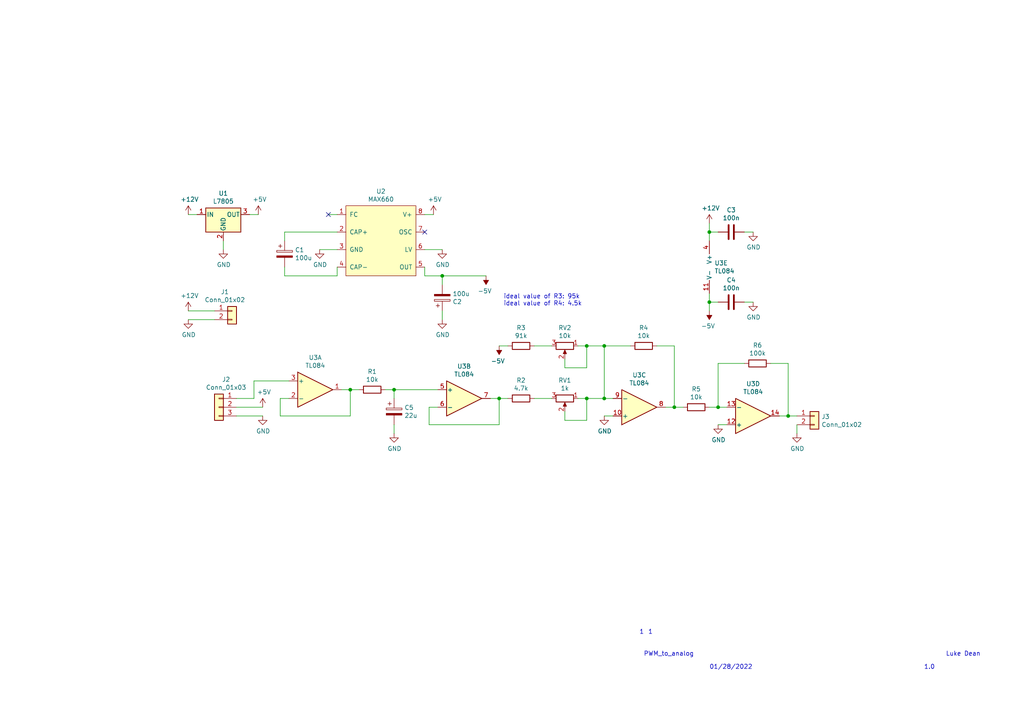
<source format=kicad_sch>
(kicad_sch (version 20211123) (generator eeschema)

  (uuid 12422a89-3d0c-485c-9386-f77121fd68fd)

  (paper "A4")

  (lib_symbols
    (symbol "Amplifier_Operational:TL084" (pin_names (offset 0.127)) (in_bom yes) (on_board yes)
      (property "Reference" "U" (id 0) (at 0 5.08 0)
        (effects (font (size 1.27 1.27)) (justify left))
      )
      (property "Value" "TL084" (id 1) (at 0 -5.08 0)
        (effects (font (size 1.27 1.27)) (justify left))
      )
      (property "Footprint" "" (id 2) (at -1.27 2.54 0)
        (effects (font (size 1.27 1.27)) hide)
      )
      (property "Datasheet" "http://www.ti.com/lit/ds/symlink/tl081.pdf" (id 3) (at 1.27 5.08 0)
        (effects (font (size 1.27 1.27)) hide)
      )
      (property "ki_locked" "" (id 4) (at 0 0 0)
        (effects (font (size 1.27 1.27)))
      )
      (property "ki_keywords" "quad opamp" (id 5) (at 0 0 0)
        (effects (font (size 1.27 1.27)) hide)
      )
      (property "ki_description" "Quad JFET-Input Operational Amplifiers, DIP-14/SOIC-14/SSOP-14" (id 6) (at 0 0 0)
        (effects (font (size 1.27 1.27)) hide)
      )
      (property "ki_fp_filters" "SOIC*3.9x8.7mm*P1.27mm* DIP*W7.62mm* TSSOP*4.4x5mm*P0.65mm* SSOP*5.3x6.2mm*P0.65mm* MSOP*3x3mm*P0.5mm*" (id 7) (at 0 0 0)
        (effects (font (size 1.27 1.27)) hide)
      )
      (symbol "TL084_1_1"
        (polyline
          (pts
            (xy -5.08 5.08)
            (xy 5.08 0)
            (xy -5.08 -5.08)
            (xy -5.08 5.08)
          )
          (stroke (width 0.254) (type default) (color 0 0 0 0))
          (fill (type background))
        )
        (pin output line (at 7.62 0 180) (length 2.54)
          (name "~" (effects (font (size 1.27 1.27))))
          (number "1" (effects (font (size 1.27 1.27))))
        )
        (pin input line (at -7.62 -2.54 0) (length 2.54)
          (name "-" (effects (font (size 1.27 1.27))))
          (number "2" (effects (font (size 1.27 1.27))))
        )
        (pin input line (at -7.62 2.54 0) (length 2.54)
          (name "+" (effects (font (size 1.27 1.27))))
          (number "3" (effects (font (size 1.27 1.27))))
        )
      )
      (symbol "TL084_2_1"
        (polyline
          (pts
            (xy -5.08 5.08)
            (xy 5.08 0)
            (xy -5.08 -5.08)
            (xy -5.08 5.08)
          )
          (stroke (width 0.254) (type default) (color 0 0 0 0))
          (fill (type background))
        )
        (pin input line (at -7.62 2.54 0) (length 2.54)
          (name "+" (effects (font (size 1.27 1.27))))
          (number "5" (effects (font (size 1.27 1.27))))
        )
        (pin input line (at -7.62 -2.54 0) (length 2.54)
          (name "-" (effects (font (size 1.27 1.27))))
          (number "6" (effects (font (size 1.27 1.27))))
        )
        (pin output line (at 7.62 0 180) (length 2.54)
          (name "~" (effects (font (size 1.27 1.27))))
          (number "7" (effects (font (size 1.27 1.27))))
        )
      )
      (symbol "TL084_3_1"
        (polyline
          (pts
            (xy -5.08 5.08)
            (xy 5.08 0)
            (xy -5.08 -5.08)
            (xy -5.08 5.08)
          )
          (stroke (width 0.254) (type default) (color 0 0 0 0))
          (fill (type background))
        )
        (pin input line (at -7.62 2.54 0) (length 2.54)
          (name "+" (effects (font (size 1.27 1.27))))
          (number "10" (effects (font (size 1.27 1.27))))
        )
        (pin output line (at 7.62 0 180) (length 2.54)
          (name "~" (effects (font (size 1.27 1.27))))
          (number "8" (effects (font (size 1.27 1.27))))
        )
        (pin input line (at -7.62 -2.54 0) (length 2.54)
          (name "-" (effects (font (size 1.27 1.27))))
          (number "9" (effects (font (size 1.27 1.27))))
        )
      )
      (symbol "TL084_4_1"
        (polyline
          (pts
            (xy -5.08 5.08)
            (xy 5.08 0)
            (xy -5.08 -5.08)
            (xy -5.08 5.08)
          )
          (stroke (width 0.254) (type default) (color 0 0 0 0))
          (fill (type background))
        )
        (pin input line (at -7.62 2.54 0) (length 2.54)
          (name "+" (effects (font (size 1.27 1.27))))
          (number "12" (effects (font (size 1.27 1.27))))
        )
        (pin input line (at -7.62 -2.54 0) (length 2.54)
          (name "-" (effects (font (size 1.27 1.27))))
          (number "13" (effects (font (size 1.27 1.27))))
        )
        (pin output line (at 7.62 0 180) (length 2.54)
          (name "~" (effects (font (size 1.27 1.27))))
          (number "14" (effects (font (size 1.27 1.27))))
        )
      )
      (symbol "TL084_5_1"
        (pin power_in line (at -2.54 -7.62 90) (length 3.81)
          (name "V-" (effects (font (size 1.27 1.27))))
          (number "11" (effects (font (size 1.27 1.27))))
        )
        (pin power_in line (at -2.54 7.62 270) (length 3.81)
          (name "V+" (effects (font (size 1.27 1.27))))
          (number "4" (effects (font (size 1.27 1.27))))
        )
      )
    )
    (symbol "Connector_Generic:Conn_01x02" (pin_names (offset 1.016) hide) (in_bom yes) (on_board yes)
      (property "Reference" "J" (id 0) (at 0 2.54 0)
        (effects (font (size 1.27 1.27)))
      )
      (property "Value" "Conn_01x02" (id 1) (at 0 -5.08 0)
        (effects (font (size 1.27 1.27)))
      )
      (property "Footprint" "" (id 2) (at 0 0 0)
        (effects (font (size 1.27 1.27)) hide)
      )
      (property "Datasheet" "~" (id 3) (at 0 0 0)
        (effects (font (size 1.27 1.27)) hide)
      )
      (property "ki_keywords" "connector" (id 4) (at 0 0 0)
        (effects (font (size 1.27 1.27)) hide)
      )
      (property "ki_description" "Generic connector, single row, 01x02, script generated (kicad-library-utils/schlib/autogen/connector/)" (id 5) (at 0 0 0)
        (effects (font (size 1.27 1.27)) hide)
      )
      (property "ki_fp_filters" "Connector*:*_1x??_*" (id 6) (at 0 0 0)
        (effects (font (size 1.27 1.27)) hide)
      )
      (symbol "Conn_01x02_1_1"
        (rectangle (start -1.27 -2.413) (end 0 -2.667)
          (stroke (width 0.1524) (type default) (color 0 0 0 0))
          (fill (type none))
        )
        (rectangle (start -1.27 0.127) (end 0 -0.127)
          (stroke (width 0.1524) (type default) (color 0 0 0 0))
          (fill (type none))
        )
        (rectangle (start -1.27 1.27) (end 1.27 -3.81)
          (stroke (width 0.254) (type default) (color 0 0 0 0))
          (fill (type background))
        )
        (pin passive line (at -5.08 0 0) (length 3.81)
          (name "Pin_1" (effects (font (size 1.27 1.27))))
          (number "1" (effects (font (size 1.27 1.27))))
        )
        (pin passive line (at -5.08 -2.54 0) (length 3.81)
          (name "Pin_2" (effects (font (size 1.27 1.27))))
          (number "2" (effects (font (size 1.27 1.27))))
        )
      )
    )
    (symbol "Connector_Generic:Conn_01x03" (pin_names (offset 1.016) hide) (in_bom yes) (on_board yes)
      (property "Reference" "J" (id 0) (at 0 5.08 0)
        (effects (font (size 1.27 1.27)))
      )
      (property "Value" "Conn_01x03" (id 1) (at 0 -5.08 0)
        (effects (font (size 1.27 1.27)))
      )
      (property "Footprint" "" (id 2) (at 0 0 0)
        (effects (font (size 1.27 1.27)) hide)
      )
      (property "Datasheet" "~" (id 3) (at 0 0 0)
        (effects (font (size 1.27 1.27)) hide)
      )
      (property "ki_keywords" "connector" (id 4) (at 0 0 0)
        (effects (font (size 1.27 1.27)) hide)
      )
      (property "ki_description" "Generic connector, single row, 01x03, script generated (kicad-library-utils/schlib/autogen/connector/)" (id 5) (at 0 0 0)
        (effects (font (size 1.27 1.27)) hide)
      )
      (property "ki_fp_filters" "Connector*:*_1x??_*" (id 6) (at 0 0 0)
        (effects (font (size 1.27 1.27)) hide)
      )
      (symbol "Conn_01x03_1_1"
        (rectangle (start -1.27 -2.413) (end 0 -2.667)
          (stroke (width 0.1524) (type default) (color 0 0 0 0))
          (fill (type none))
        )
        (rectangle (start -1.27 0.127) (end 0 -0.127)
          (stroke (width 0.1524) (type default) (color 0 0 0 0))
          (fill (type none))
        )
        (rectangle (start -1.27 2.667) (end 0 2.413)
          (stroke (width 0.1524) (type default) (color 0 0 0 0))
          (fill (type none))
        )
        (rectangle (start -1.27 3.81) (end 1.27 -3.81)
          (stroke (width 0.254) (type default) (color 0 0 0 0))
          (fill (type background))
        )
        (pin passive line (at -5.08 2.54 0) (length 3.81)
          (name "Pin_1" (effects (font (size 1.27 1.27))))
          (number "1" (effects (font (size 1.27 1.27))))
        )
        (pin passive line (at -5.08 0 0) (length 3.81)
          (name "Pin_2" (effects (font (size 1.27 1.27))))
          (number "2" (effects (font (size 1.27 1.27))))
        )
        (pin passive line (at -5.08 -2.54 0) (length 3.81)
          (name "Pin_3" (effects (font (size 1.27 1.27))))
          (number "3" (effects (font (size 1.27 1.27))))
        )
      )
    )
    (symbol "Device:C" (pin_numbers hide) (pin_names (offset 0.254)) (in_bom yes) (on_board yes)
      (property "Reference" "C" (id 0) (at 0.635 2.54 0)
        (effects (font (size 1.27 1.27)) (justify left))
      )
      (property "Value" "C" (id 1) (at 0.635 -2.54 0)
        (effects (font (size 1.27 1.27)) (justify left))
      )
      (property "Footprint" "" (id 2) (at 0.9652 -3.81 0)
        (effects (font (size 1.27 1.27)) hide)
      )
      (property "Datasheet" "~" (id 3) (at 0 0 0)
        (effects (font (size 1.27 1.27)) hide)
      )
      (property "ki_keywords" "cap capacitor" (id 4) (at 0 0 0)
        (effects (font (size 1.27 1.27)) hide)
      )
      (property "ki_description" "Unpolarized capacitor" (id 5) (at 0 0 0)
        (effects (font (size 1.27 1.27)) hide)
      )
      (property "ki_fp_filters" "C_*" (id 6) (at 0 0 0)
        (effects (font (size 1.27 1.27)) hide)
      )
      (symbol "C_0_1"
        (polyline
          (pts
            (xy -2.032 -0.762)
            (xy 2.032 -0.762)
          )
          (stroke (width 0.508) (type default) (color 0 0 0 0))
          (fill (type none))
        )
        (polyline
          (pts
            (xy -2.032 0.762)
            (xy 2.032 0.762)
          )
          (stroke (width 0.508) (type default) (color 0 0 0 0))
          (fill (type none))
        )
      )
      (symbol "C_1_1"
        (pin passive line (at 0 3.81 270) (length 2.794)
          (name "~" (effects (font (size 1.27 1.27))))
          (number "1" (effects (font (size 1.27 1.27))))
        )
        (pin passive line (at 0 -3.81 90) (length 2.794)
          (name "~" (effects (font (size 1.27 1.27))))
          (number "2" (effects (font (size 1.27 1.27))))
        )
      )
    )
    (symbol "Device:CP" (pin_numbers hide) (pin_names (offset 0.254)) (in_bom yes) (on_board yes)
      (property "Reference" "C" (id 0) (at 0.635 2.54 0)
        (effects (font (size 1.27 1.27)) (justify left))
      )
      (property "Value" "Device_CP" (id 1) (at 0.635 -2.54 0)
        (effects (font (size 1.27 1.27)) (justify left))
      )
      (property "Footprint" "" (id 2) (at 0.9652 -3.81 0)
        (effects (font (size 1.27 1.27)) hide)
      )
      (property "Datasheet" "" (id 3) (at 0 0 0)
        (effects (font (size 1.27 1.27)) hide)
      )
      (property "ki_fp_filters" "CP_*" (id 4) (at 0 0 0)
        (effects (font (size 1.27 1.27)) hide)
      )
      (symbol "CP_0_1"
        (rectangle (start -2.286 0.508) (end 2.286 1.016)
          (stroke (width 0) (type default) (color 0 0 0 0))
          (fill (type none))
        )
        (polyline
          (pts
            (xy -1.778 2.286)
            (xy -0.762 2.286)
          )
          (stroke (width 0) (type default) (color 0 0 0 0))
          (fill (type none))
        )
        (polyline
          (pts
            (xy -1.27 2.794)
            (xy -1.27 1.778)
          )
          (stroke (width 0) (type default) (color 0 0 0 0))
          (fill (type none))
        )
        (rectangle (start 2.286 -0.508) (end -2.286 -1.016)
          (stroke (width 0) (type default) (color 0 0 0 0))
          (fill (type outline))
        )
      )
      (symbol "CP_1_1"
        (pin passive line (at 0 3.81 270) (length 2.794)
          (name "~" (effects (font (size 1.27 1.27))))
          (number "1" (effects (font (size 1.27 1.27))))
        )
        (pin passive line (at 0 -3.81 90) (length 2.794)
          (name "~" (effects (font (size 1.27 1.27))))
          (number "2" (effects (font (size 1.27 1.27))))
        )
      )
    )
    (symbol "Device:R" (pin_numbers hide) (pin_names (offset 0)) (in_bom yes) (on_board yes)
      (property "Reference" "R" (id 0) (at 2.032 0 90)
        (effects (font (size 1.27 1.27)))
      )
      (property "Value" "R" (id 1) (at 0 0 90)
        (effects (font (size 1.27 1.27)))
      )
      (property "Footprint" "" (id 2) (at -1.778 0 90)
        (effects (font (size 1.27 1.27)) hide)
      )
      (property "Datasheet" "~" (id 3) (at 0 0 0)
        (effects (font (size 1.27 1.27)) hide)
      )
      (property "ki_keywords" "R res resistor" (id 4) (at 0 0 0)
        (effects (font (size 1.27 1.27)) hide)
      )
      (property "ki_description" "Resistor" (id 5) (at 0 0 0)
        (effects (font (size 1.27 1.27)) hide)
      )
      (property "ki_fp_filters" "R_*" (id 6) (at 0 0 0)
        (effects (font (size 1.27 1.27)) hide)
      )
      (symbol "R_0_1"
        (rectangle (start -1.016 -2.54) (end 1.016 2.54)
          (stroke (width 0.254) (type default) (color 0 0 0 0))
          (fill (type none))
        )
      )
      (symbol "R_1_1"
        (pin passive line (at 0 3.81 270) (length 1.27)
          (name "~" (effects (font (size 1.27 1.27))))
          (number "1" (effects (font (size 1.27 1.27))))
        )
        (pin passive line (at 0 -3.81 90) (length 1.27)
          (name "~" (effects (font (size 1.27 1.27))))
          (number "2" (effects (font (size 1.27 1.27))))
        )
      )
    )
    (symbol "Device:R_POT" (pin_names (offset 1.016) hide) (in_bom yes) (on_board yes)
      (property "Reference" "RV" (id 0) (at -4.445 0 90)
        (effects (font (size 1.27 1.27)))
      )
      (property "Value" "Device_R_POT" (id 1) (at -2.54 0 90)
        (effects (font (size 1.27 1.27)))
      )
      (property "Footprint" "" (id 2) (at 0 0 0)
        (effects (font (size 1.27 1.27)) hide)
      )
      (property "Datasheet" "" (id 3) (at 0 0 0)
        (effects (font (size 1.27 1.27)) hide)
      )
      (property "ki_fp_filters" "Potentiometer*" (id 4) (at 0 0 0)
        (effects (font (size 1.27 1.27)) hide)
      )
      (symbol "R_POT_0_1"
        (polyline
          (pts
            (xy 2.54 0)
            (xy 1.524 0)
          )
          (stroke (width 0) (type default) (color 0 0 0 0))
          (fill (type none))
        )
        (polyline
          (pts
            (xy 1.143 0)
            (xy 2.286 0.508)
            (xy 2.286 -0.508)
            (xy 1.143 0)
          )
          (stroke (width 0) (type default) (color 0 0 0 0))
          (fill (type outline))
        )
        (rectangle (start 1.016 2.54) (end -1.016 -2.54)
          (stroke (width 0.254) (type default) (color 0 0 0 0))
          (fill (type none))
        )
      )
      (symbol "R_POT_1_1"
        (pin passive line (at 0 3.81 270) (length 1.27)
          (name "1" (effects (font (size 1.27 1.27))))
          (number "1" (effects (font (size 1.27 1.27))))
        )
        (pin passive line (at 3.81 0 180) (length 1.27)
          (name "2" (effects (font (size 1.27 1.27))))
          (number "2" (effects (font (size 1.27 1.27))))
        )
        (pin passive line (at 0 -3.81 90) (length 1.27)
          (name "3" (effects (font (size 1.27 1.27))))
          (number "3" (effects (font (size 1.27 1.27))))
        )
      )
    )
    (symbol "Regulator_Linear:L7805" (pin_names (offset 0.254)) (in_bom yes) (on_board yes)
      (property "Reference" "U" (id 0) (at -3.81 3.175 0)
        (effects (font (size 1.27 1.27)))
      )
      (property "Value" "L7805" (id 1) (at 0 3.175 0)
        (effects (font (size 1.27 1.27)) (justify left))
      )
      (property "Footprint" "" (id 2) (at 0.635 -3.81 0)
        (effects (font (size 1.27 1.27) italic) (justify left) hide)
      )
      (property "Datasheet" "http://www.st.com/content/ccc/resource/technical/document/datasheet/41/4f/b3/b0/12/d4/47/88/CD00000444.pdf/files/CD00000444.pdf/jcr:content/translations/en.CD00000444.pdf" (id 3) (at 0 -1.27 0)
        (effects (font (size 1.27 1.27)) hide)
      )
      (property "ki_keywords" "Voltage Regulator 1.5A Positive" (id 4) (at 0 0 0)
        (effects (font (size 1.27 1.27)) hide)
      )
      (property "ki_description" "Positive 1.5A 35V Linear Regulator, Fixed Output 5V, TO-220/TO-263/TO-252" (id 5) (at 0 0 0)
        (effects (font (size 1.27 1.27)) hide)
      )
      (property "ki_fp_filters" "TO?252* TO?263* TO?220*" (id 6) (at 0 0 0)
        (effects (font (size 1.27 1.27)) hide)
      )
      (symbol "L7805_0_1"
        (rectangle (start -5.08 1.905) (end 5.08 -5.08)
          (stroke (width 0.254) (type default) (color 0 0 0 0))
          (fill (type background))
        )
      )
      (symbol "L7805_1_1"
        (pin power_in line (at -7.62 0 0) (length 2.54)
          (name "IN" (effects (font (size 1.27 1.27))))
          (number "1" (effects (font (size 1.27 1.27))))
        )
        (pin power_in line (at 0 -7.62 90) (length 2.54)
          (name "GND" (effects (font (size 1.27 1.27))))
          (number "2" (effects (font (size 1.27 1.27))))
        )
        (pin power_out line (at 7.62 0 180) (length 2.54)
          (name "OUT" (effects (font (size 1.27 1.27))))
          (number "3" (effects (font (size 1.27 1.27))))
        )
      )
    )
    (symbol "power:+12V" (power) (pin_names (offset 0)) (in_bom yes) (on_board yes)
      (property "Reference" "#PWR" (id 0) (at 0 -3.81 0)
        (effects (font (size 1.27 1.27)) hide)
      )
      (property "Value" "+12V" (id 1) (at 0 3.556 0)
        (effects (font (size 1.27 1.27)))
      )
      (property "Footprint" "" (id 2) (at 0 0 0)
        (effects (font (size 1.27 1.27)) hide)
      )
      (property "Datasheet" "" (id 3) (at 0 0 0)
        (effects (font (size 1.27 1.27)) hide)
      )
      (property "ki_keywords" "power-flag" (id 4) (at 0 0 0)
        (effects (font (size 1.27 1.27)) hide)
      )
      (property "ki_description" "Power symbol creates a global label with name \"+12V\"" (id 5) (at 0 0 0)
        (effects (font (size 1.27 1.27)) hide)
      )
      (symbol "+12V_0_1"
        (polyline
          (pts
            (xy -0.762 1.27)
            (xy 0 2.54)
          )
          (stroke (width 0) (type default) (color 0 0 0 0))
          (fill (type none))
        )
        (polyline
          (pts
            (xy 0 0)
            (xy 0 2.54)
          )
          (stroke (width 0) (type default) (color 0 0 0 0))
          (fill (type none))
        )
        (polyline
          (pts
            (xy 0 2.54)
            (xy 0.762 1.27)
          )
          (stroke (width 0) (type default) (color 0 0 0 0))
          (fill (type none))
        )
      )
      (symbol "+12V_1_1"
        (pin power_in line (at 0 0 90) (length 0) hide
          (name "+12V" (effects (font (size 1.27 1.27))))
          (number "1" (effects (font (size 1.27 1.27))))
        )
      )
    )
    (symbol "power:+5V" (power) (pin_names (offset 0)) (in_bom yes) (on_board yes)
      (property "Reference" "#PWR" (id 0) (at 0 -3.81 0)
        (effects (font (size 1.27 1.27)) hide)
      )
      (property "Value" "+5V" (id 1) (at 0 3.556 0)
        (effects (font (size 1.27 1.27)))
      )
      (property "Footprint" "" (id 2) (at 0 0 0)
        (effects (font (size 1.27 1.27)) hide)
      )
      (property "Datasheet" "" (id 3) (at 0 0 0)
        (effects (font (size 1.27 1.27)) hide)
      )
      (property "ki_keywords" "power-flag" (id 4) (at 0 0 0)
        (effects (font (size 1.27 1.27)) hide)
      )
      (property "ki_description" "Power symbol creates a global label with name \"+5V\"" (id 5) (at 0 0 0)
        (effects (font (size 1.27 1.27)) hide)
      )
      (symbol "+5V_0_1"
        (polyline
          (pts
            (xy -0.762 1.27)
            (xy 0 2.54)
          )
          (stroke (width 0) (type default) (color 0 0 0 0))
          (fill (type none))
        )
        (polyline
          (pts
            (xy 0 0)
            (xy 0 2.54)
          )
          (stroke (width 0) (type default) (color 0 0 0 0))
          (fill (type none))
        )
        (polyline
          (pts
            (xy 0 2.54)
            (xy 0.762 1.27)
          )
          (stroke (width 0) (type default) (color 0 0 0 0))
          (fill (type none))
        )
      )
      (symbol "+5V_1_1"
        (pin power_in line (at 0 0 90) (length 0) hide
          (name "+5V" (effects (font (size 1.27 1.27))))
          (number "1" (effects (font (size 1.27 1.27))))
        )
      )
    )
    (symbol "power:-5V" (power) (pin_names (offset 0)) (in_bom yes) (on_board yes)
      (property "Reference" "#PWR" (id 0) (at 0 2.54 0)
        (effects (font (size 1.27 1.27)) hide)
      )
      (property "Value" "-5V" (id 1) (at 0 3.81 0)
        (effects (font (size 1.27 1.27)))
      )
      (property "Footprint" "" (id 2) (at 0 0 0)
        (effects (font (size 1.27 1.27)) hide)
      )
      (property "Datasheet" "" (id 3) (at 0 0 0)
        (effects (font (size 1.27 1.27)) hide)
      )
      (property "ki_keywords" "power-flag" (id 4) (at 0 0 0)
        (effects (font (size 1.27 1.27)) hide)
      )
      (property "ki_description" "Power symbol creates a global label with name \"-5V\"" (id 5) (at 0 0 0)
        (effects (font (size 1.27 1.27)) hide)
      )
      (symbol "-5V_0_0"
        (pin power_in line (at 0 0 90) (length 0) hide
          (name "-5V" (effects (font (size 1.27 1.27))))
          (number "1" (effects (font (size 1.27 1.27))))
        )
      )
      (symbol "-5V_0_1"
        (polyline
          (pts
            (xy 0 0)
            (xy 0 1.27)
            (xy 0.762 1.27)
            (xy 0 2.54)
            (xy -0.762 1.27)
            (xy 0 1.27)
          )
          (stroke (width 0) (type default) (color 0 0 0 0))
          (fill (type outline))
        )
      )
    )
    (symbol "power:GND" (power) (pin_names (offset 0)) (in_bom yes) (on_board yes)
      (property "Reference" "#PWR" (id 0) (at 0 -6.35 0)
        (effects (font (size 1.27 1.27)) hide)
      )
      (property "Value" "GND" (id 1) (at 0 -3.81 0)
        (effects (font (size 1.27 1.27)))
      )
      (property "Footprint" "" (id 2) (at 0 0 0)
        (effects (font (size 1.27 1.27)) hide)
      )
      (property "Datasheet" "" (id 3) (at 0 0 0)
        (effects (font (size 1.27 1.27)) hide)
      )
      (property "ki_keywords" "power-flag" (id 4) (at 0 0 0)
        (effects (font (size 1.27 1.27)) hide)
      )
      (property "ki_description" "Power symbol creates a global label with name \"GND\" , ground" (id 5) (at 0 0 0)
        (effects (font (size 1.27 1.27)) hide)
      )
      (symbol "GND_0_1"
        (polyline
          (pts
            (xy 0 0)
            (xy 0 -1.27)
            (xy 1.27 -1.27)
            (xy 0 -2.54)
            (xy -1.27 -1.27)
            (xy 0 -1.27)
          )
          (stroke (width 0) (type default) (color 0 0 0 0))
          (fill (type none))
        )
      )
      (symbol "GND_1_1"
        (pin power_in line (at 0 0 270) (length 0) hide
          (name "GND" (effects (font (size 1.27 1.27))))
          (number "1" (effects (font (size 1.27 1.27))))
        )
      )
    )
    (symbol "project:MAX660" (pin_names (offset 1.016)) (in_bom yes) (on_board yes)
      (property "Reference" "U" (id 0) (at 0 1.27 0)
        (effects (font (size 1.27 1.27)))
      )
      (property "Value" "MAX660" (id 1) (at 0 -1.27 0)
        (effects (font (size 1.27 1.27)))
      )
      (property "Footprint" "" (id 2) (at 0 0 0)
        (effects (font (size 1.27 1.27)) hide)
      )
      (property "Datasheet" "" (id 3) (at 0 0 0)
        (effects (font (size 1.27 1.27)) hide)
      )
      (symbol "MAX660_0_1"
        (rectangle (start -10.16 10.16) (end 10.16 -10.16)
          (stroke (width 0) (type default) (color 0 0 0 0))
          (fill (type background))
        )
      )
      (symbol "MAX660_1_1"
        (pin bidirectional line (at -12.7 7.62 0) (length 2.54)
          (name "FC" (effects (font (size 1.27 1.27))))
          (number "1" (effects (font (size 1.27 1.27))))
        )
        (pin bidirectional line (at -12.7 2.54 0) (length 2.54)
          (name "CAP+" (effects (font (size 1.27 1.27))))
          (number "2" (effects (font (size 1.27 1.27))))
        )
        (pin bidirectional line (at -12.7 -2.54 0) (length 2.54)
          (name "GND" (effects (font (size 1.27 1.27))))
          (number "3" (effects (font (size 1.27 1.27))))
        )
        (pin bidirectional line (at -12.7 -7.62 0) (length 2.54)
          (name "CAP-" (effects (font (size 1.27 1.27))))
          (number "4" (effects (font (size 1.27 1.27))))
        )
        (pin bidirectional line (at 12.7 -7.62 180) (length 2.54)
          (name "OUT" (effects (font (size 1.27 1.27))))
          (number "5" (effects (font (size 1.27 1.27))))
        )
        (pin bidirectional line (at 12.7 -2.54 180) (length 2.54)
          (name "LV" (effects (font (size 1.27 1.27))))
          (number "6" (effects (font (size 1.27 1.27))))
        )
        (pin bidirectional line (at 12.7 2.54 180) (length 2.54)
          (name "OSC" (effects (font (size 1.27 1.27))))
          (number "7" (effects (font (size 1.27 1.27))))
        )
        (pin bidirectional line (at 12.7 7.62 180) (length 2.54)
          (name "V+" (effects (font (size 1.27 1.27))))
          (number "8" (effects (font (size 1.27 1.27))))
        )
      )
    )
  )

  (junction (at 175.26 100.33) (diameter 0) (color 0 0 0 0)
    (uuid 109caac1-5036-4f23-9a66-f569d871501b)
  )
  (junction (at 170.18 100.33) (diameter 0) (color 0 0 0 0)
    (uuid 19b0959e-a79b-43b2-a5ad-525ced7e9131)
  )
  (junction (at 205.74 67.31) (diameter 0) (color 0 0 0 0)
    (uuid 34d03349-6d78-4165-a683-2d8b76f2bae8)
  )
  (junction (at 195.58 118.11) (diameter 0) (color 0 0 0 0)
    (uuid 4fa10683-33cd-4dcd-8acc-2415cd63c62a)
  )
  (junction (at 208.28 118.11) (diameter 0) (color 0 0 0 0)
    (uuid 6e68f0cd-800e-4167-9553-71fc59da1eeb)
  )
  (junction (at 170.18 115.57) (diameter 0) (color 0 0 0 0)
    (uuid 7c04618d-9115-4179-b234-a8faf854ea92)
  )
  (junction (at 128.27 80.01) (diameter 0) (color 0 0 0 0)
    (uuid 8087f566-a94d-4bbc-985b-e49ee7762296)
  )
  (junction (at 205.74 87.63) (diameter 0) (color 0 0 0 0)
    (uuid 86dc7a78-7d51-4111-9eea-8a8f7977eb16)
  )
  (junction (at 144.78 115.57) (diameter 0) (color 0 0 0 0)
    (uuid b0906e10-2fbc-4309-a8b4-6fc4cd1a5490)
  )
  (junction (at 101.6 113.03) (diameter 0) (color 0 0 0 0)
    (uuid c8c79177-94d4-43e2-a654-f0a5554fbb68)
  )
  (junction (at 114.3 113.03) (diameter 0) (color 0 0 0 0)
    (uuid e1535036-5d36-405f-bb86-3819621c4f23)
  )
  (junction (at 175.26 115.57) (diameter 0) (color 0 0 0 0)
    (uuid e502d1d5-04b0-4d4b-b5c3-8c52d09668e7)
  )
  (junction (at 228.6 120.65) (diameter 0) (color 0 0 0 0)
    (uuid ec5c2062-3a41-4636-8803-069e60a1641a)
  )

  (no_connect (at 95.25 62.23) (uuid 71989e06-8659-4605-b2da-4f729cc41263))
  (no_connect (at 123.19 67.31) (uuid 98c78427-acd5-4f90-9ad6-9f61c4809aec))

  (wire (pts (xy 73.66 115.57) (xy 73.66 110.49))
    (stroke (width 0) (type default) (color 0 0 0 0))
    (uuid 00e38d63-5436-49db-81f5-697421f168fc)
  )
  (wire (pts (xy 170.18 100.33) (xy 167.64 100.33))
    (stroke (width 0) (type default) (color 0 0 0 0))
    (uuid 0325ec43-0390-4ae2-b055-b1ec6ce17b1c)
  )
  (wire (pts (xy 163.83 106.68) (xy 170.18 106.68))
    (stroke (width 0) (type default) (color 0 0 0 0))
    (uuid 057af6bb-cf6f-4bfb-b0c0-2e92a2c09a47)
  )
  (wire (pts (xy 215.9 87.63) (xy 218.44 87.63))
    (stroke (width 0) (type default) (color 0 0 0 0))
    (uuid 088f77ba-fca9-42b3-876e-a6937267f957)
  )
  (wire (pts (xy 128.27 82.55) (xy 128.27 80.01))
    (stroke (width 0) (type default) (color 0 0 0 0))
    (uuid 099096e4-8c2a-4d84-a16f-06b4b6330e7a)
  )
  (wire (pts (xy 144.78 115.57) (xy 142.24 115.57))
    (stroke (width 0) (type default) (color 0 0 0 0))
    (uuid 0ce8d3ab-2662-4158-8a2a-18b782908fc5)
  )
  (wire (pts (xy 144.78 123.19) (xy 144.78 115.57))
    (stroke (width 0) (type default) (color 0 0 0 0))
    (uuid 0e8f7fc0-2ef2-4b90-9c15-8a3a601ee459)
  )
  (wire (pts (xy 114.3 113.03) (xy 114.3 115.57))
    (stroke (width 0) (type default) (color 0 0 0 0))
    (uuid 0ff508fd-18da-4ab7-9844-3c8a28c2587e)
  )
  (wire (pts (xy 57.15 62.23) (xy 54.61 62.23))
    (stroke (width 0) (type default) (color 0 0 0 0))
    (uuid 16a9ae8c-3ad2-439b-8efe-377c994670c7)
  )
  (wire (pts (xy 163.83 104.14) (xy 163.83 106.68))
    (stroke (width 0) (type default) (color 0 0 0 0))
    (uuid 173f6f06-e7d0-42ac-ab03-ce6b79b9eeee)
  )
  (wire (pts (xy 54.61 92.71) (xy 62.23 92.71))
    (stroke (width 0) (type default) (color 0 0 0 0))
    (uuid 1c68b844-c861-46b7-b734-0242168a4220)
  )
  (wire (pts (xy 111.76 113.03) (xy 114.3 113.03))
    (stroke (width 0) (type default) (color 0 0 0 0))
    (uuid 1f3003e6-dce5-420f-906b-3f1e92b67249)
  )
  (wire (pts (xy 205.74 118.11) (xy 208.28 118.11))
    (stroke (width 0) (type default) (color 0 0 0 0))
    (uuid 20cca02e-4c4d-4961-b6b4-b40a1731b220)
  )
  (wire (pts (xy 208.28 118.11) (xy 210.82 118.11))
    (stroke (width 0) (type default) (color 0 0 0 0))
    (uuid 22999e73-da32-43a5-9163-4b3a41614f25)
  )
  (wire (pts (xy 175.26 100.33) (xy 175.26 115.57))
    (stroke (width 0) (type default) (color 0 0 0 0))
    (uuid 262f1ea9-0133-4b43-be36-456207ea857c)
  )
  (wire (pts (xy 147.32 115.57) (xy 144.78 115.57))
    (stroke (width 0) (type default) (color 0 0 0 0))
    (uuid 29e058a7-50a3-43e5-81c3-bfee53da08be)
  )
  (wire (pts (xy 175.26 120.65) (xy 177.8 120.65))
    (stroke (width 0) (type default) (color 0 0 0 0))
    (uuid 2dc54bac-8640-4dd7-b8ed-3c7acb01a8ea)
  )
  (wire (pts (xy 208.28 87.63) (xy 205.74 87.63))
    (stroke (width 0) (type default) (color 0 0 0 0))
    (uuid 37b6c6d6-3e12-4736-912a-ea6e2bf06721)
  )
  (wire (pts (xy 97.79 80.01) (xy 97.79 77.47))
    (stroke (width 0) (type default) (color 0 0 0 0))
    (uuid 37e8181c-a81e-498b-b2e2-0aef0c391059)
  )
  (wire (pts (xy 124.46 123.19) (xy 144.78 123.19))
    (stroke (width 0) (type default) (color 0 0 0 0))
    (uuid 382ca670-6ae8-4de6-90f9-f241d1337171)
  )
  (wire (pts (xy 68.58 120.65) (xy 76.2 120.65))
    (stroke (width 0) (type default) (color 0 0 0 0))
    (uuid 38a501e2-0ee8-439d-bd02-e9e90e7503e9)
  )
  (wire (pts (xy 68.58 118.11) (xy 76.2 118.11))
    (stroke (width 0) (type default) (color 0 0 0 0))
    (uuid 399fc36a-ed5d-44b5-82f7-c6f83d9acc14)
  )
  (wire (pts (xy 123.19 77.47) (xy 123.19 80.01))
    (stroke (width 0) (type default) (color 0 0 0 0))
    (uuid 3a52f112-cb97-43db-aaeb-20afe27664d7)
  )
  (wire (pts (xy 114.3 113.03) (xy 127 113.03))
    (stroke (width 0) (type default) (color 0 0 0 0))
    (uuid 3fd54105-4b7e-4004-9801-76ec66108a22)
  )
  (wire (pts (xy 81.28 115.57) (xy 81.28 120.65))
    (stroke (width 0) (type default) (color 0 0 0 0))
    (uuid 40165eda-4ba6-4565-9bb4-b9df6dbb08da)
  )
  (wire (pts (xy 208.28 118.11) (xy 208.28 105.41))
    (stroke (width 0) (type default) (color 0 0 0 0))
    (uuid 40b14a16-fb82-4b9d-89dd-55cd98abb5cc)
  )
  (wire (pts (xy 123.19 72.39) (xy 128.27 72.39))
    (stroke (width 0) (type default) (color 0 0 0 0))
    (uuid 41acfe41-fac7-432a-a7a3-946566e2d504)
  )
  (wire (pts (xy 154.94 115.57) (xy 160.02 115.57))
    (stroke (width 0) (type default) (color 0 0 0 0))
    (uuid 4632212f-13ce-4392-bc68-ccb9ba333770)
  )
  (wire (pts (xy 101.6 120.65) (xy 101.6 113.03))
    (stroke (width 0) (type default) (color 0 0 0 0))
    (uuid 4780a290-d25c-4459-9579-eba3f7678762)
  )
  (wire (pts (xy 62.23 90.17) (xy 54.61 90.17))
    (stroke (width 0) (type default) (color 0 0 0 0))
    (uuid 4b03e854-02fe-44cc-bece-f8268b7cae54)
  )
  (wire (pts (xy 205.74 90.17) (xy 205.74 87.63))
    (stroke (width 0) (type default) (color 0 0 0 0))
    (uuid 4fb21471-41be-4be8-9687-66030f97befc)
  )
  (wire (pts (xy 208.28 123.19) (xy 210.82 123.19))
    (stroke (width 0) (type default) (color 0 0 0 0))
    (uuid 5487601b-81d3-4c70-8f3d-cf9df9c63302)
  )
  (wire (pts (xy 170.18 115.57) (xy 170.18 121.92))
    (stroke (width 0) (type default) (color 0 0 0 0))
    (uuid 576c6616-e95d-4f1e-8ead-dea30fcdc8c2)
  )
  (wire (pts (xy 127 118.11) (xy 124.46 118.11))
    (stroke (width 0) (type default) (color 0 0 0 0))
    (uuid 5cf2db29-f7ab-499a-9907-cdeba64bf0f3)
  )
  (wire (pts (xy 228.6 120.65) (xy 231.14 120.65))
    (stroke (width 0) (type default) (color 0 0 0 0))
    (uuid 5edcefbe-9766-42c8-9529-28d0ec865573)
  )
  (wire (pts (xy 208.28 105.41) (xy 215.9 105.41))
    (stroke (width 0) (type default) (color 0 0 0 0))
    (uuid 658dad07-97fd-466c-8b49-21892ac96ea4)
  )
  (wire (pts (xy 82.55 69.85) (xy 82.55 67.31))
    (stroke (width 0) (type default) (color 0 0 0 0))
    (uuid 676efd2f-1c48-4786-9e4b-2444f1e8f6ff)
  )
  (wire (pts (xy 95.25 62.23) (xy 97.79 62.23))
    (stroke (width 0) (type default) (color 0 0 0 0))
    (uuid 6781326c-6e0d-4753-8f28-0f5c687e01f9)
  )
  (wire (pts (xy 73.66 110.49) (xy 83.82 110.49))
    (stroke (width 0) (type default) (color 0 0 0 0))
    (uuid 70e4263f-d95a-4431-b3f3-cfc800c82056)
  )
  (wire (pts (xy 190.5 100.33) (xy 195.58 100.33))
    (stroke (width 0) (type default) (color 0 0 0 0))
    (uuid 721d1be9-236e-470b-ba69-f1cc6c43faf9)
  )
  (wire (pts (xy 72.39 62.23) (xy 74.93 62.23))
    (stroke (width 0) (type default) (color 0 0 0 0))
    (uuid 770ad51a-7219-4633-b24a-bd20feb0a6c5)
  )
  (wire (pts (xy 167.64 115.57) (xy 170.18 115.57))
    (stroke (width 0) (type default) (color 0 0 0 0))
    (uuid 7b044939-8c4d-444f-b9e0-a15fcdeb5a86)
  )
  (wire (pts (xy 92.71 72.39) (xy 97.79 72.39))
    (stroke (width 0) (type default) (color 0 0 0 0))
    (uuid 7cee474b-af8f-4832-b07a-c43c1ab0b464)
  )
  (wire (pts (xy 81.28 120.65) (xy 101.6 120.65))
    (stroke (width 0) (type default) (color 0 0 0 0))
    (uuid 7e023245-2c2b-4e2b-bfb9-5d35176e88f2)
  )
  (wire (pts (xy 144.78 100.33) (xy 147.32 100.33))
    (stroke (width 0) (type default) (color 0 0 0 0))
    (uuid 7e0a03ae-d054-4f76-a131-5c09b8dc1636)
  )
  (wire (pts (xy 228.6 105.41) (xy 228.6 120.65))
    (stroke (width 0) (type default) (color 0 0 0 0))
    (uuid 81a15393-727e-448b-a777-b18773023d89)
  )
  (wire (pts (xy 205.74 64.77) (xy 205.74 67.31))
    (stroke (width 0) (type default) (color 0 0 0 0))
    (uuid 85b7594c-358f-454b-b2ad-dd0b1d67ed76)
  )
  (wire (pts (xy 128.27 80.01) (xy 140.97 80.01))
    (stroke (width 0) (type default) (color 0 0 0 0))
    (uuid 87d7448e-e139-4209-ae0b-372f805267da)
  )
  (wire (pts (xy 170.18 121.92) (xy 163.83 121.92))
    (stroke (width 0) (type default) (color 0 0 0 0))
    (uuid 89e83c2e-e90a-4a50-b278-880bac0cfb49)
  )
  (wire (pts (xy 82.55 67.31) (xy 97.79 67.31))
    (stroke (width 0) (type default) (color 0 0 0 0))
    (uuid 8d9a3ecc-539f-41da-8099-d37cea9c28e7)
  )
  (wire (pts (xy 83.82 115.57) (xy 81.28 115.57))
    (stroke (width 0) (type default) (color 0 0 0 0))
    (uuid 8e06ba1f-e3ba-4eb9-a10e-887dffd566d6)
  )
  (wire (pts (xy 170.18 106.68) (xy 170.18 100.33))
    (stroke (width 0) (type default) (color 0 0 0 0))
    (uuid 935f462d-8b1e-4005-9f1e-17f537ab1756)
  )
  (wire (pts (xy 195.58 118.11) (xy 198.12 118.11))
    (stroke (width 0) (type default) (color 0 0 0 0))
    (uuid 9cbf35b8-f4d3-42a3-bb16-04ffd03fd8fd)
  )
  (wire (pts (xy 128.27 92.71) (xy 128.27 90.17))
    (stroke (width 0) (type default) (color 0 0 0 0))
    (uuid a13ab237-8f8d-4e16-8c47-4440653b8534)
  )
  (wire (pts (xy 64.77 72.39) (xy 64.77 69.85))
    (stroke (width 0) (type default) (color 0 0 0 0))
    (uuid a17904b9-135e-4dae-ae20-401c7787de72)
  )
  (wire (pts (xy 223.52 105.41) (xy 228.6 105.41))
    (stroke (width 0) (type default) (color 0 0 0 0))
    (uuid a4f86a46-3bc8-4daa-9125-a63f297eb114)
  )
  (wire (pts (xy 175.26 100.33) (xy 182.88 100.33))
    (stroke (width 0) (type default) (color 0 0 0 0))
    (uuid a5e521b9-814e-4853-a5ac-f158785c6269)
  )
  (wire (pts (xy 82.55 77.47) (xy 82.55 80.01))
    (stroke (width 0) (type default) (color 0 0 0 0))
    (uuid b447dbb1-d38e-4a15-93cb-12c25382ea53)
  )
  (wire (pts (xy 177.8 115.57) (xy 175.26 115.57))
    (stroke (width 0) (type default) (color 0 0 0 0))
    (uuid b7867831-ef82-4f33-a926-59e5c1c09b91)
  )
  (wire (pts (xy 205.74 67.31) (xy 205.74 69.85))
    (stroke (width 0) (type default) (color 0 0 0 0))
    (uuid bb4b1afc-c46e-451d-8dad-36b7dec82f26)
  )
  (wire (pts (xy 195.58 100.33) (xy 195.58 118.11))
    (stroke (width 0) (type default) (color 0 0 0 0))
    (uuid c1c799a0-3c93-493a-9ad7-8a0561bc69ee)
  )
  (wire (pts (xy 123.19 62.23) (xy 125.73 62.23))
    (stroke (width 0) (type default) (color 0 0 0 0))
    (uuid c8029a4c-945d-42ca-871a-dd73ff50a1a3)
  )
  (wire (pts (xy 154.94 100.33) (xy 160.02 100.33))
    (stroke (width 0) (type default) (color 0 0 0 0))
    (uuid cb16d05e-318b-4e51-867b-70d791d75bea)
  )
  (wire (pts (xy 226.06 120.65) (xy 228.6 120.65))
    (stroke (width 0) (type default) (color 0 0 0 0))
    (uuid cb614b23-9af3-4aec-bed8-c1374e001510)
  )
  (wire (pts (xy 193.04 118.11) (xy 195.58 118.11))
    (stroke (width 0) (type default) (color 0 0 0 0))
    (uuid cf386a39-fc62-49dd-8ec5-e044f6bd67ce)
  )
  (wire (pts (xy 82.55 80.01) (xy 97.79 80.01))
    (stroke (width 0) (type default) (color 0 0 0 0))
    (uuid cfa5c16e-7859-460d-a0b8-cea7d7ea629c)
  )
  (wire (pts (xy 231.14 125.73) (xy 231.14 123.19))
    (stroke (width 0) (type default) (color 0 0 0 0))
    (uuid dc2801a1-d539-4721-b31f-fe196b9f13df)
  )
  (wire (pts (xy 114.3 125.73) (xy 114.3 123.19))
    (stroke (width 0) (type default) (color 0 0 0 0))
    (uuid df32840e-2912-4088-b54c-9a85f64c0265)
  )
  (wire (pts (xy 101.6 113.03) (xy 99.06 113.03))
    (stroke (width 0) (type default) (color 0 0 0 0))
    (uuid df68c26a-03b5-4466-aecf-ba34b7dce6b7)
  )
  (wire (pts (xy 104.14 113.03) (xy 101.6 113.03))
    (stroke (width 0) (type default) (color 0 0 0 0))
    (uuid e21aa84b-970e-47cf-b64f-3b55ee0e1b51)
  )
  (wire (pts (xy 205.74 87.63) (xy 205.74 85.09))
    (stroke (width 0) (type default) (color 0 0 0 0))
    (uuid e32ee344-1030-4498-9cac-bfbf7540faf4)
  )
  (wire (pts (xy 175.26 115.57) (xy 170.18 115.57))
    (stroke (width 0) (type default) (color 0 0 0 0))
    (uuid e4d2f565-25a0-48c6-be59-f4bf31ad2558)
  )
  (wire (pts (xy 170.18 100.33) (xy 175.26 100.33))
    (stroke (width 0) (type default) (color 0 0 0 0))
    (uuid e67b9f8c-019b-4145-98a4-96545f6bb128)
  )
  (wire (pts (xy 163.83 121.92) (xy 163.83 119.38))
    (stroke (width 0) (type default) (color 0 0 0 0))
    (uuid ebd06df3-d52b-4cff-99a2-a771df6d3733)
  )
  (wire (pts (xy 123.19 80.01) (xy 128.27 80.01))
    (stroke (width 0) (type default) (color 0 0 0 0))
    (uuid f4eb0267-179f-46c9-b516-9bfb06bac1ba)
  )
  (wire (pts (xy 215.9 67.31) (xy 218.44 67.31))
    (stroke (width 0) (type default) (color 0 0 0 0))
    (uuid f66398f1-1ae7-4d4d-939f-958c174c6bce)
  )
  (wire (pts (xy 208.28 67.31) (xy 205.74 67.31))
    (stroke (width 0) (type default) (color 0 0 0 0))
    (uuid f8fc38ec-0b98-40bc-ae2f-e5cc29973bca)
  )
  (wire (pts (xy 68.58 115.57) (xy 73.66 115.57))
    (stroke (width 0) (type default) (color 0 0 0 0))
    (uuid fbe8ebfc-2a8e-4eb8-85c5-38ddeaa5dd00)
  )
  (wire (pts (xy 124.46 118.11) (xy 124.46 123.19))
    (stroke (width 0) (type default) (color 0 0 0 0))
    (uuid feb26ecb-9193-46ea-a41b-d09305bf0a3e)
  )

  (text "1.0" (at 267.97 194.31 0)
    (effects (font (size 1.27 1.27)) (justify left bottom))
    (uuid 1f8b2c0c-b042-4e2e-80f6-4959a27b238f)
  )
  (text "1" (at 187.96 184.15 0)
    (effects (font (size 1.27 1.27)) (justify left bottom))
    (uuid 4a850cb6-bb24-4274-a902-e49f34f0a0e3)
  )
  (text "1" (at 185.42 184.15 0)
    (effects (font (size 1.27 1.27)) (justify left bottom))
    (uuid 6b7c1048-12b6-46b2-b762-fa3ad30472dd)
  )
  (text "PWM_to_analog" (at 186.69 190.5 0)
    (effects (font (size 1.27 1.27)) (justify left bottom))
    (uuid 700e8b73-5976-423f-a3f3-ab3d9f3e9760)
  )
  (text "Luke Dean" (at 274.32 190.5 0)
    (effects (font (size 1.27 1.27)) (justify left bottom))
    (uuid b4300db7-1220-431a-b7c3-2edbdf8fa6fc)
  )
  (text "ideal value of R3: 95k\nideal value of R4: 4.5k" (at 146.05 88.9 0)
    (effects (font (size 1.27 1.27)) (justify left bottom))
    (uuid b5071759-a4d7-4769-be02-251f23cd4454)
  )
  (text "01/28/2022" (at 205.74 194.31 0)
    (effects (font (size 1.27 1.27)) (justify left bottom))
    (uuid e5203297-b913-4288-a576-12a92185cb52)
  )

  (symbol (lib_id "Device:R") (at 107.95 113.03 270) (unit 1)
    (in_bom yes) (on_board yes)
    (uuid 00000000-0000-0000-0000-000061f0f325)
    (property "Reference" "R1" (id 0) (at 107.95 107.7722 90))
    (property "Value" "10k" (id 1) (at 107.95 110.0836 90))
    (property "Footprint" "" (id 2) (at 107.95 111.252 90)
      (effects (font (size 1.27 1.27)) hide)
    )
    (property "Datasheet" "~" (id 3) (at 107.95 113.03 0)
      (effects (font (size 1.27 1.27)) hide)
    )
    (pin "1" (uuid 1333f7f6-d16c-413c-8242-ecbbc97e2a89))
    (pin "2" (uuid cae5d306-31a5-4d4b-a8a2-c1cff0d0ac20))
  )

  (symbol (lib_id "Device:CP") (at 114.3 119.38 0) (unit 1)
    (in_bom yes) (on_board yes)
    (uuid 00000000-0000-0000-0000-000061f101a6)
    (property "Reference" "C5" (id 0) (at 117.2972 118.2116 0)
      (effects (font (size 1.27 1.27)) (justify left))
    )
    (property "Value" "22u" (id 1) (at 117.2972 120.523 0)
      (effects (font (size 1.27 1.27)) (justify left))
    )
    (property "Footprint" "" (id 2) (at 115.2652 123.19 0)
      (effects (font (size 1.27 1.27)) hide)
    )
    (property "Datasheet" "~" (id 3) (at 114.3 119.38 0)
      (effects (font (size 1.27 1.27)) hide)
    )
    (pin "1" (uuid 6c09b379-daa7-4779-9aac-f08e7650f6b2))
    (pin "2" (uuid 1b7cf190-3bb1-4a8a-a236-1f33186b6162))
  )

  (symbol (lib_id "power:GND") (at 114.3 125.73 0) (unit 1)
    (in_bom yes) (on_board yes)
    (uuid 00000000-0000-0000-0000-000061f109bb)
    (property "Reference" "#PWR07" (id 0) (at 114.3 132.08 0)
      (effects (font (size 1.27 1.27)) hide)
    )
    (property "Value" "GND" (id 1) (at 114.427 130.1242 0))
    (property "Footprint" "" (id 2) (at 114.3 125.73 0)
      (effects (font (size 1.27 1.27)) hide)
    )
    (property "Datasheet" "" (id 3) (at 114.3 125.73 0)
      (effects (font (size 1.27 1.27)) hide)
    )
    (pin "1" (uuid 94753f5c-6f6e-4f55-8e65-5232a9f306f4))
  )

  (symbol (lib_id "Connector_Generic:Conn_01x02") (at 236.22 120.65 0) (unit 1)
    (in_bom yes) (on_board yes)
    (uuid 00000000-0000-0000-0000-000061f41139)
    (property "Reference" "J3" (id 0) (at 238.252 120.8532 0)
      (effects (font (size 1.27 1.27)) (justify left))
    )
    (property "Value" "Conn_01x02" (id 1) (at 238.252 123.1646 0)
      (effects (font (size 1.27 1.27)) (justify left))
    )
    (property "Footprint" "" (id 2) (at 236.22 120.65 0)
      (effects (font (size 1.27 1.27)) hide)
    )
    (property "Datasheet" "~" (id 3) (at 236.22 120.65 0)
      (effects (font (size 1.27 1.27)) hide)
    )
    (pin "1" (uuid dc360274-10a3-4f2c-91c5-291bb0e9411e))
    (pin "2" (uuid 43d8d6eb-a4c3-435a-9b76-9aed60afe070))
  )

  (symbol (lib_id "power:GND") (at 76.2 120.65 0) (unit 1)
    (in_bom yes) (on_board yes)
    (uuid 00000000-0000-0000-0000-000061f444c9)
    (property "Reference" "#PWR04" (id 0) (at 76.2 127 0)
      (effects (font (size 1.27 1.27)) hide)
    )
    (property "Value" "GND" (id 1) (at 76.327 125.0442 0))
    (property "Footprint" "" (id 2) (at 76.2 120.65 0)
      (effects (font (size 1.27 1.27)) hide)
    )
    (property "Datasheet" "" (id 3) (at 76.2 120.65 0)
      (effects (font (size 1.27 1.27)) hide)
    )
    (pin "1" (uuid c58815fc-978b-4619-bc1a-b1e369b185bf))
  )

  (symbol (lib_id "power:-5V") (at 205.74 90.17 180) (unit 1)
    (in_bom yes) (on_board yes)
    (uuid 00000000-0000-0000-0000-000061f44500)
    (property "Reference" "#PWR014" (id 0) (at 205.74 92.71 0)
      (effects (font (size 1.27 1.27)) hide)
    )
    (property "Value" "-5V" (id 1) (at 205.359 94.5642 0))
    (property "Footprint" "" (id 2) (at 205.74 90.17 0)
      (effects (font (size 1.27 1.27)) hide)
    )
    (property "Datasheet" "" (id 3) (at 205.74 90.17 0)
      (effects (font (size 1.27 1.27)) hide)
    )
    (pin "1" (uuid 7aa0a248-1032-42de-a2b8-e67f0d06d2d6))
  )

  (symbol (lib_id "Amplifier_Operational:TL084") (at 91.44 113.03 0) (unit 1)
    (in_bom yes) (on_board yes)
    (uuid 00000000-0000-0000-0000-000061f44d67)
    (property "Reference" "U3" (id 0) (at 91.44 103.7082 0))
    (property "Value" "TL084" (id 1) (at 91.44 106.0196 0))
    (property "Footprint" "" (id 2) (at 90.17 110.49 0)
      (effects (font (size 1.27 1.27)) hide)
    )
    (property "Datasheet" "http://www.ti.com/lit/ds/symlink/tl081.pdf" (id 3) (at 92.71 107.95 0)
      (effects (font (size 1.27 1.27)) hide)
    )
    (pin "1" (uuid afe4da5d-f084-4e83-939e-23c7bd36195d))
    (pin "2" (uuid 26aa0467-bea0-47fb-b253-aaf063079c31))
    (pin "3" (uuid d048c89f-d76c-4e46-8896-a22a3b7b209f))
  )

  (symbol (lib_id "power:GND") (at 231.14 125.73 0) (unit 1)
    (in_bom yes) (on_board yes)
    (uuid 00000000-0000-0000-0000-000061f46322)
    (property "Reference" "#PWR017" (id 0) (at 231.14 132.08 0)
      (effects (font (size 1.27 1.27)) hide)
    )
    (property "Value" "GND" (id 1) (at 231.267 130.1242 0))
    (property "Footprint" "" (id 2) (at 231.14 125.73 0)
      (effects (font (size 1.27 1.27)) hide)
    )
    (property "Datasheet" "" (id 3) (at 231.14 125.73 0)
      (effects (font (size 1.27 1.27)) hide)
    )
    (pin "1" (uuid aca84505-05a2-4df7-9b2d-bc01210583ba))
  )

  (symbol (lib_id "Amplifier_Operational:TL084") (at 185.42 118.11 0) (mirror x) (unit 3)
    (in_bom yes) (on_board yes)
    (uuid 00000000-0000-0000-0000-000061f47e85)
    (property "Reference" "U3" (id 0) (at 185.42 108.7882 0))
    (property "Value" "TL084" (id 1) (at 185.42 111.0996 0))
    (property "Footprint" "" (id 2) (at 184.15 120.65 0)
      (effects (font (size 1.27 1.27)) hide)
    )
    (property "Datasheet" "http://www.ti.com/lit/ds/symlink/tl081.pdf" (id 3) (at 186.69 123.19 0)
      (effects (font (size 1.27 1.27)) hide)
    )
    (pin "10" (uuid a51f6d0e-de46-4c3e-bb92-8cc37da27525))
    (pin "8" (uuid c7cc65ad-80ea-42d9-9ec9-ef6f9b46909f))
    (pin "9" (uuid b7a1da4f-c21a-4ea3-b860-230fe220476d))
  )

  (symbol (lib_id "Amplifier_Operational:TL084") (at 208.28 77.47 0) (unit 5)
    (in_bom yes) (on_board yes)
    (uuid 00000000-0000-0000-0000-000061f49d98)
    (property "Reference" "U3" (id 0) (at 207.2132 76.3016 0)
      (effects (font (size 1.27 1.27)) (justify left))
    )
    (property "Value" "TL084" (id 1) (at 207.2132 78.613 0)
      (effects (font (size 1.27 1.27)) (justify left))
    )
    (property "Footprint" "" (id 2) (at 207.01 74.93 0)
      (effects (font (size 1.27 1.27)) hide)
    )
    (property "Datasheet" "http://www.ti.com/lit/ds/symlink/tl081.pdf" (id 3) (at 209.55 72.39 0)
      (effects (font (size 1.27 1.27)) hide)
    )
    (pin "11" (uuid 9db499b3-3c9a-44ae-b879-35e2befeba49))
    (pin "4" (uuid ba3eada9-f888-4473-9966-c2bd3a59d618))
  )

  (symbol (lib_id "power:+12V") (at 205.74 64.77 0) (unit 1)
    (in_bom yes) (on_board yes)
    (uuid 00000000-0000-0000-0000-000061f4b8aa)
    (property "Reference" "#PWR013" (id 0) (at 205.74 68.58 0)
      (effects (font (size 1.27 1.27)) hide)
    )
    (property "Value" "+12V" (id 1) (at 206.121 60.3758 0))
    (property "Footprint" "" (id 2) (at 205.74 64.77 0)
      (effects (font (size 1.27 1.27)) hide)
    )
    (property "Datasheet" "" (id 3) (at 205.74 64.77 0)
      (effects (font (size 1.27 1.27)) hide)
    )
    (pin "1" (uuid df1d92c1-b5be-41a1-b4de-b0649f9ad563))
  )

  (symbol (lib_id "Regulator_Linear:L7805") (at 64.77 62.23 0) (unit 1)
    (in_bom yes) (on_board yes)
    (uuid 00000000-0000-0000-0000-000061f4c416)
    (property "Reference" "U1" (id 0) (at 64.77 56.0832 0))
    (property "Value" "L7805" (id 1) (at 64.77 58.3946 0))
    (property "Footprint" "" (id 2) (at 65.405 66.04 0)
      (effects (font (size 1.27 1.27) italic) (justify left) hide)
    )
    (property "Datasheet" "http://www.st.com/content/ccc/resource/technical/document/datasheet/41/4f/b3/b0/12/d4/47/88/CD00000444.pdf/files/CD00000444.pdf/jcr:content/translations/en.CD00000444.pdf" (id 3) (at 64.77 63.5 0)
      (effects (font (size 1.27 1.27)) hide)
    )
    (pin "1" (uuid e58b9315-768f-4c8d-b17a-10c8e9e10148))
    (pin "2" (uuid 54971daa-17cc-4a5c-b515-cdb3418c6f44))
    (pin "3" (uuid fe2c3c93-e75d-477c-8725-eb342d92f4d1))
  )

  (symbol (lib_id "power:+12V") (at 54.61 62.23 0) (unit 1)
    (in_bom yes) (on_board yes)
    (uuid 00000000-0000-0000-0000-000061f4cc41)
    (property "Reference" "#PWR01" (id 0) (at 54.61 66.04 0)
      (effects (font (size 1.27 1.27)) hide)
    )
    (property "Value" "+12V" (id 1) (at 54.991 57.8358 0))
    (property "Footprint" "" (id 2) (at 54.61 62.23 0)
      (effects (font (size 1.27 1.27)) hide)
    )
    (property "Datasheet" "" (id 3) (at 54.61 62.23 0)
      (effects (font (size 1.27 1.27)) hide)
    )
    (pin "1" (uuid 68309690-8580-48fb-8da5-a98e1964fe78))
  )

  (symbol (lib_id "power:+5V") (at 74.93 62.23 0) (unit 1)
    (in_bom yes) (on_board yes)
    (uuid 00000000-0000-0000-0000-000061f4d09c)
    (property "Reference" "#PWR03" (id 0) (at 74.93 66.04 0)
      (effects (font (size 1.27 1.27)) hide)
    )
    (property "Value" "+5V" (id 1) (at 75.311 57.8358 0))
    (property "Footprint" "" (id 2) (at 74.93 62.23 0)
      (effects (font (size 1.27 1.27)) hide)
    )
    (property "Datasheet" "" (id 3) (at 74.93 62.23 0)
      (effects (font (size 1.27 1.27)) hide)
    )
    (pin "1" (uuid 12581dc1-b688-4eb2-a71d-0466f2d98e05))
  )

  (symbol (lib_id "power:GND") (at 64.77 72.39 0) (unit 1)
    (in_bom yes) (on_board yes)
    (uuid 00000000-0000-0000-0000-000061f4e021)
    (property "Reference" "#PWR02" (id 0) (at 64.77 78.74 0)
      (effects (font (size 1.27 1.27)) hide)
    )
    (property "Value" "GND" (id 1) (at 64.897 76.7842 0))
    (property "Footprint" "" (id 2) (at 64.77 72.39 0)
      (effects (font (size 1.27 1.27)) hide)
    )
    (property "Datasheet" "" (id 3) (at 64.77 72.39 0)
      (effects (font (size 1.27 1.27)) hide)
    )
    (pin "1" (uuid b0ab48dd-dc51-4e7f-bb99-31d9399a495a))
  )

  (symbol (lib_id "project:MAX660") (at 110.49 69.85 0) (unit 1)
    (in_bom yes) (on_board yes)
    (uuid 00000000-0000-0000-0000-000061f53fc1)
    (property "Reference" "U2" (id 0) (at 110.49 55.499 0))
    (property "Value" "MAX660" (id 1) (at 110.49 57.8104 0))
    (property "Footprint" "" (id 2) (at 110.49 69.85 0)
      (effects (font (size 1.27 1.27)) hide)
    )
    (property "Datasheet" "" (id 3) (at 110.49 69.85 0)
      (effects (font (size 1.27 1.27)) hide)
    )
    (pin "1" (uuid 125bd936-c9a2-4049-abed-a83a54e59c92))
    (pin "2" (uuid 7b29d64e-e731-45e3-8009-77ace610c441))
    (pin "3" (uuid 463eba6d-6e91-4de9-aa0c-6860efec82bd))
    (pin "4" (uuid 4058daa3-07dc-498a-89dd-e985387aac1f))
    (pin "5" (uuid 872d8c18-cf86-48cb-8d10-c99b3e6635cd))
    (pin "6" (uuid 284c9d43-03a4-4a72-9b0f-1d442f153f3d))
    (pin "7" (uuid a574bb72-8fff-489b-98f6-5fcb8677a361))
    (pin "8" (uuid 956aedb4-5363-4f33-9921-2364625b44e0))
  )

  (symbol (lib_id "power:GND") (at 92.71 72.39 0) (unit 1)
    (in_bom yes) (on_board yes)
    (uuid 00000000-0000-0000-0000-000061f566b2)
    (property "Reference" "#PWR05" (id 0) (at 92.71 78.74 0)
      (effects (font (size 1.27 1.27)) hide)
    )
    (property "Value" "GND" (id 1) (at 92.837 76.7842 0))
    (property "Footprint" "" (id 2) (at 92.71 72.39 0)
      (effects (font (size 1.27 1.27)) hide)
    )
    (property "Datasheet" "" (id 3) (at 92.71 72.39 0)
      (effects (font (size 1.27 1.27)) hide)
    )
    (pin "1" (uuid 5e386539-c10c-4ae2-9088-58e8b6571b5a))
  )

  (symbol (lib_id "Device:CP") (at 82.55 73.66 0) (unit 1)
    (in_bom yes) (on_board yes)
    (uuid 00000000-0000-0000-0000-000061f56f70)
    (property "Reference" "C1" (id 0) (at 85.5472 72.4916 0)
      (effects (font (size 1.27 1.27)) (justify left))
    )
    (property "Value" "100u" (id 1) (at 85.5472 74.803 0)
      (effects (font (size 1.27 1.27)) (justify left))
    )
    (property "Footprint" "" (id 2) (at 83.5152 77.47 0)
      (effects (font (size 1.27 1.27)) hide)
    )
    (property "Datasheet" "~" (id 3) (at 82.55 73.66 0)
      (effects (font (size 1.27 1.27)) hide)
    )
    (pin "1" (uuid b27379b2-69e0-4086-97e5-fb39d030a76f))
    (pin "2" (uuid 3b61e718-d8b6-41c1-9a58-98ad21c68960))
  )

  (symbol (lib_id "Device:CP") (at 128.27 86.36 0) (mirror x) (unit 1)
    (in_bom yes) (on_board yes)
    (uuid 00000000-0000-0000-0000-000061f58ee3)
    (property "Reference" "C2" (id 0) (at 131.2672 87.5284 0)
      (effects (font (size 1.27 1.27)) (justify left))
    )
    (property "Value" "100u" (id 1) (at 131.2672 85.217 0)
      (effects (font (size 1.27 1.27)) (justify left))
    )
    (property "Footprint" "" (id 2) (at 129.2352 82.55 0)
      (effects (font (size 1.27 1.27)) hide)
    )
    (property "Datasheet" "~" (id 3) (at 128.27 86.36 0)
      (effects (font (size 1.27 1.27)) hide)
    )
    (pin "1" (uuid 98ec95fa-5a99-43c5-bf3c-443ac9611efd))
    (pin "2" (uuid 07704ef9-7ab6-4465-a65a-d17d1fde2a3b))
  )

  (symbol (lib_id "power:GND") (at 128.27 92.71 0) (unit 1)
    (in_bom yes) (on_board yes)
    (uuid 00000000-0000-0000-0000-000061f59d2e)
    (property "Reference" "#PWR010" (id 0) (at 128.27 99.06 0)
      (effects (font (size 1.27 1.27)) hide)
    )
    (property "Value" "GND" (id 1) (at 128.397 97.1042 0))
    (property "Footprint" "" (id 2) (at 128.27 92.71 0)
      (effects (font (size 1.27 1.27)) hide)
    )
    (property "Datasheet" "" (id 3) (at 128.27 92.71 0)
      (effects (font (size 1.27 1.27)) hide)
    )
    (pin "1" (uuid 9ba86256-9a77-4b1f-b439-534017a0a55c))
  )

  (symbol (lib_id "power:-5V") (at 140.97 80.01 180) (unit 1)
    (in_bom yes) (on_board yes)
    (uuid 00000000-0000-0000-0000-000061f5a61d)
    (property "Reference" "#PWR011" (id 0) (at 140.97 82.55 0)
      (effects (font (size 1.27 1.27)) hide)
    )
    (property "Value" "-5V" (id 1) (at 140.589 84.4042 0))
    (property "Footprint" "" (id 2) (at 140.97 80.01 0)
      (effects (font (size 1.27 1.27)) hide)
    )
    (property "Datasheet" "" (id 3) (at 140.97 80.01 0)
      (effects (font (size 1.27 1.27)) hide)
    )
    (pin "1" (uuid acbea4f0-70cb-45c7-ac8a-401f63a53b80))
  )

  (symbol (lib_id "power:GND") (at 128.27 72.39 0) (unit 1)
    (in_bom yes) (on_board yes)
    (uuid 00000000-0000-0000-0000-000061f5cf5a)
    (property "Reference" "#PWR09" (id 0) (at 128.27 78.74 0)
      (effects (font (size 1.27 1.27)) hide)
    )
    (property "Value" "GND" (id 1) (at 128.397 76.7842 0))
    (property "Footprint" "" (id 2) (at 128.27 72.39 0)
      (effects (font (size 1.27 1.27)) hide)
    )
    (property "Datasheet" "" (id 3) (at 128.27 72.39 0)
      (effects (font (size 1.27 1.27)) hide)
    )
    (pin "1" (uuid 3a1bffa0-211d-423a-9f5b-d1edca3eb132))
  )

  (symbol (lib_id "power:+5V") (at 125.73 62.23 0) (unit 1)
    (in_bom yes) (on_board yes)
    (uuid 00000000-0000-0000-0000-000061f5f2a8)
    (property "Reference" "#PWR08" (id 0) (at 125.73 66.04 0)
      (effects (font (size 1.27 1.27)) hide)
    )
    (property "Value" "+5V" (id 1) (at 126.111 57.8358 0))
    (property "Footprint" "" (id 2) (at 125.73 62.23 0)
      (effects (font (size 1.27 1.27)) hide)
    )
    (property "Datasheet" "" (id 3) (at 125.73 62.23 0)
      (effects (font (size 1.27 1.27)) hide)
    )
    (pin "1" (uuid bfed6854-2d8c-412c-970f-1f30775161a6))
  )

  (symbol (lib_id "Device:C") (at 212.09 87.63 270) (unit 1)
    (in_bom yes) (on_board yes)
    (uuid 00000000-0000-0000-0000-000061f63f87)
    (property "Reference" "C4" (id 0) (at 212.09 81.2292 90))
    (property "Value" "100n" (id 1) (at 212.09 83.5406 90))
    (property "Footprint" "" (id 2) (at 208.28 88.5952 0)
      (effects (font (size 1.27 1.27)) hide)
    )
    (property "Datasheet" "~" (id 3) (at 212.09 87.63 0)
      (effects (font (size 1.27 1.27)) hide)
    )
    (pin "1" (uuid 626f4700-8d81-40ce-8688-b1a85f2d00ad))
    (pin "2" (uuid cd88c6bf-239a-4771-b827-9b8bf511384a))
  )

  (symbol (lib_id "Device:C") (at 212.09 67.31 270) (unit 1)
    (in_bom yes) (on_board yes)
    (uuid 00000000-0000-0000-0000-000061f6510f)
    (property "Reference" "C3" (id 0) (at 212.09 60.9092 90))
    (property "Value" "100n" (id 1) (at 212.09 63.2206 90))
    (property "Footprint" "" (id 2) (at 208.28 68.2752 0)
      (effects (font (size 1.27 1.27)) hide)
    )
    (property "Datasheet" "~" (id 3) (at 212.09 67.31 0)
      (effects (font (size 1.27 1.27)) hide)
    )
    (pin "1" (uuid 250f72d2-1dab-46ec-a897-32bf8e176a02))
    (pin "2" (uuid ad7e88c2-fc3a-4194-86ea-0052925eb230))
  )

  (symbol (lib_id "power:GND") (at 218.44 87.63 0) (unit 1)
    (in_bom yes) (on_board yes)
    (uuid 00000000-0000-0000-0000-000061f68876)
    (property "Reference" "#PWR?" (id 0) (at 218.44 93.98 0)
      (effects (font (size 1.27 1.27)) hide)
    )
    (property "Value" "GND" (id 1) (at 218.567 92.0242 0))
    (property "Footprint" "" (id 2) (at 218.44 87.63 0)
      (effects (font (size 1.27 1.27)) hide)
    )
    (property "Datasheet" "" (id 3) (at 218.44 87.63 0)
      (effects (font (size 1.27 1.27)) hide)
    )
    (pin "1" (uuid f69fee53-844b-4928-9bf3-84f19c3d465f))
  )

  (symbol (lib_id "power:GND") (at 218.44 67.31 0) (unit 1)
    (in_bom yes) (on_board yes)
    (uuid 00000000-0000-0000-0000-000061f68e56)
    (property "Reference" "#PWR?" (id 0) (at 218.44 73.66 0)
      (effects (font (size 1.27 1.27)) hide)
    )
    (property "Value" "GND" (id 1) (at 218.567 71.7042 0))
    (property "Footprint" "" (id 2) (at 218.44 67.31 0)
      (effects (font (size 1.27 1.27)) hide)
    )
    (property "Datasheet" "" (id 3) (at 218.44 67.31 0)
      (effects (font (size 1.27 1.27)) hide)
    )
    (pin "1" (uuid a5299676-6536-4310-a526-f7b6dda81322))
  )

  (symbol (lib_id "Device:R") (at 151.13 115.57 270) (unit 1)
    (in_bom yes) (on_board yes)
    (uuid 00000000-0000-0000-0000-000061f777fa)
    (property "Reference" "R2" (id 0) (at 151.13 110.3122 90))
    (property "Value" "4.7k" (id 1) (at 151.13 112.6236 90))
    (property "Footprint" "" (id 2) (at 151.13 113.792 90)
      (effects (font (size 1.27 1.27)) hide)
    )
    (property "Datasheet" "~" (id 3) (at 151.13 115.57 0)
      (effects (font (size 1.27 1.27)) hide)
    )
    (pin "1" (uuid f00f3737-5d99-4594-b7a3-b23df648b657))
    (pin "2" (uuid bff4b3af-db55-46dd-9100-0986b2c9ef52))
  )

  (symbol (lib_id "Device:R") (at 151.13 100.33 270) (unit 1)
    (in_bom yes) (on_board yes)
    (uuid 00000000-0000-0000-0000-000061f781bd)
    (property "Reference" "R3" (id 0) (at 151.13 95.0722 90))
    (property "Value" "91k" (id 1) (at 151.13 97.3836 90))
    (property "Footprint" "" (id 2) (at 151.13 98.552 90)
      (effects (font (size 1.27 1.27)) hide)
    )
    (property "Datasheet" "~" (id 3) (at 151.13 100.33 0)
      (effects (font (size 1.27 1.27)) hide)
    )
    (pin "1" (uuid e2b59a88-63a1-42d3-b5d6-351bdf6cc7c0))
    (pin "2" (uuid 85d300fe-318c-48bf-b83a-86c98782273b))
  )

  (symbol (lib_id "Connector_Generic:Conn_01x03") (at 63.5 118.11 0) (mirror y) (unit 1)
    (in_bom yes) (on_board yes)
    (uuid 00000000-0000-0000-0000-000061f7a2ff)
    (property "Reference" "J2" (id 0) (at 65.5828 110.0582 0))
    (property "Value" "Conn_01x03" (id 1) (at 65.5828 112.3696 0))
    (property "Footprint" "" (id 2) (at 63.5 118.11 0)
      (effects (font (size 1.27 1.27)) hide)
    )
    (property "Datasheet" "~" (id 3) (at 63.5 118.11 0)
      (effects (font (size 1.27 1.27)) hide)
    )
    (pin "1" (uuid 3b28538f-0cb8-4ca1-8584-e5d21e27391f))
    (pin "2" (uuid 6b554fef-a37f-4d6c-bc81-161e3724eec9))
    (pin "3" (uuid 155080e8-3841-4c90-afa2-ed014a7087de))
  )

  (symbol (lib_id "power:+5V") (at 76.2 118.11 0) (unit 1)
    (in_bom yes) (on_board yes)
    (uuid 00000000-0000-0000-0000-000061f7c38a)
    (property "Reference" "#PWR?" (id 0) (at 76.2 121.92 0)
      (effects (font (size 1.27 1.27)) hide)
    )
    (property "Value" "+5V" (id 1) (at 76.581 113.7158 0))
    (property "Footprint" "" (id 2) (at 76.2 118.11 0)
      (effects (font (size 1.27 1.27)) hide)
    )
    (property "Datasheet" "" (id 3) (at 76.2 118.11 0)
      (effects (font (size 1.27 1.27)) hide)
    )
    (pin "1" (uuid 01646aa5-b054-43f1-b5f8-0f1ab9601ac9))
  )

  (symbol (lib_id "power:-5V") (at 144.78 100.33 180) (unit 1)
    (in_bom yes) (on_board yes)
    (uuid 00000000-0000-0000-0000-000061f7c9a9)
    (property "Reference" "#PWR012" (id 0) (at 144.78 102.87 0)
      (effects (font (size 1.27 1.27)) hide)
    )
    (property "Value" "-5V" (id 1) (at 144.399 104.7242 0))
    (property "Footprint" "" (id 2) (at 144.78 100.33 0)
      (effects (font (size 1.27 1.27)) hide)
    )
    (property "Datasheet" "" (id 3) (at 144.78 100.33 0)
      (effects (font (size 1.27 1.27)) hide)
    )
    (pin "1" (uuid 6529e12f-4bdc-456e-96d1-ad2a1e034d04))
  )

  (symbol (lib_id "power:GND") (at 175.26 120.65 0) (unit 1)
    (in_bom yes) (on_board yes)
    (uuid 00000000-0000-0000-0000-000061f7d81b)
    (property "Reference" "#PWR015" (id 0) (at 175.26 127 0)
      (effects (font (size 1.27 1.27)) hide)
    )
    (property "Value" "GND" (id 1) (at 175.387 125.0442 0))
    (property "Footprint" "" (id 2) (at 175.26 120.65 0)
      (effects (font (size 1.27 1.27)) hide)
    )
    (property "Datasheet" "" (id 3) (at 175.26 120.65 0)
      (effects (font (size 1.27 1.27)) hide)
    )
    (pin "1" (uuid c6f95339-135c-4964-80f4-20dc2c5ebd9f))
  )

  (symbol (lib_id "Device:R") (at 186.69 100.33 270) (unit 1)
    (in_bom yes) (on_board yes)
    (uuid 00000000-0000-0000-0000-000061f7f493)
    (property "Reference" "R4" (id 0) (at 186.69 95.0722 90))
    (property "Value" "10k" (id 1) (at 186.69 97.3836 90))
    (property "Footprint" "" (id 2) (at 186.69 98.552 90)
      (effects (font (size 1.27 1.27)) hide)
    )
    (property "Datasheet" "~" (id 3) (at 186.69 100.33 0)
      (effects (font (size 1.27 1.27)) hide)
    )
    (pin "1" (uuid dbbc0c56-b7db-4bd8-96b2-d33736facb3b))
    (pin "2" (uuid 604d2c57-0438-448f-a9de-b63b6075f102))
  )

  (symbol (lib_id "Device:R") (at 201.93 118.11 270) (unit 1)
    (in_bom yes) (on_board yes)
    (uuid 00000000-0000-0000-0000-000061f86780)
    (property "Reference" "R5" (id 0) (at 201.93 112.8522 90))
    (property "Value" "10k" (id 1) (at 201.93 115.1636 90))
    (property "Footprint" "" (id 2) (at 201.93 116.332 90)
      (effects (font (size 1.27 1.27)) hide)
    )
    (property "Datasheet" "~" (id 3) (at 201.93 118.11 0)
      (effects (font (size 1.27 1.27)) hide)
    )
    (pin "1" (uuid 9cb44bc4-1958-4cc2-b87e-64c3ab5d14a9))
    (pin "2" (uuid ec48f40d-c3a1-41ac-85d7-ccfcf1117463))
  )

  (symbol (lib_id "Amplifier_Operational:TL084") (at 134.62 115.57 0) (unit 2)
    (in_bom yes) (on_board yes)
    (uuid 00000000-0000-0000-0000-000061f8f4dd)
    (property "Reference" "U3" (id 0) (at 134.62 106.2482 0))
    (property "Value" "TL084" (id 1) (at 134.62 108.5596 0))
    (property "Footprint" "" (id 2) (at 133.35 113.03 0)
      (effects (font (size 1.27 1.27)) hide)
    )
    (property "Datasheet" "http://www.ti.com/lit/ds/symlink/tl081.pdf" (id 3) (at 135.89 110.49 0)
      (effects (font (size 1.27 1.27)) hide)
    )
    (pin "5" (uuid da671e65-d44c-40e3-b074-c2e80b38aebc))
    (pin "6" (uuid ce77231a-317e-46f7-a29d-b51fb31df2af))
    (pin "7" (uuid 4553f9dd-e9c8-4f49-9469-2081e2ffc5ef))
  )

  (symbol (lib_id "Amplifier_Operational:TL084") (at 218.44 120.65 0) (mirror x) (unit 4)
    (in_bom yes) (on_board yes)
    (uuid 00000000-0000-0000-0000-000061f9bd7c)
    (property "Reference" "U3" (id 0) (at 218.44 111.3282 0))
    (property "Value" "TL084" (id 1) (at 218.44 113.6396 0))
    (property "Footprint" "" (id 2) (at 217.17 123.19 0)
      (effects (font (size 1.27 1.27)) hide)
    )
    (property "Datasheet" "http://www.ti.com/lit/ds/symlink/tl081.pdf" (id 3) (at 219.71 125.73 0)
      (effects (font (size 1.27 1.27)) hide)
    )
    (pin "12" (uuid 4b9a5e16-107b-4264-aa62-74eac9994d6c))
    (pin "13" (uuid 8a52788e-851e-4527-9c68-1c2e77382980))
    (pin "14" (uuid 4dda51ea-f7e3-497b-960e-8c1c21ddf650))
  )

  (symbol (lib_id "power:GND") (at 208.28 123.19 0) (unit 1)
    (in_bom yes) (on_board yes)
    (uuid 00000000-0000-0000-0000-000061f9d933)
    (property "Reference" "#PWR016" (id 0) (at 208.28 129.54 0)
      (effects (font (size 1.27 1.27)) hide)
    )
    (property "Value" "GND" (id 1) (at 208.407 127.5842 0))
    (property "Footprint" "" (id 2) (at 208.28 123.19 0)
      (effects (font (size 1.27 1.27)) hide)
    )
    (property "Datasheet" "" (id 3) (at 208.28 123.19 0)
      (effects (font (size 1.27 1.27)) hide)
    )
    (pin "1" (uuid 6216c6da-00d1-49c0-ba58-bf6f1ab459e7))
  )

  (symbol (lib_id "Device:R") (at 219.71 105.41 270) (unit 1)
    (in_bom yes) (on_board yes)
    (uuid 00000000-0000-0000-0000-000061fa35d4)
    (property "Reference" "R6" (id 0) (at 219.71 100.1522 90))
    (property "Value" "100k" (id 1) (at 219.71 102.4636 90))
    (property "Footprint" "" (id 2) (at 219.71 103.632 90)
      (effects (font (size 1.27 1.27)) hide)
    )
    (property "Datasheet" "~" (id 3) (at 219.71 105.41 0)
      (effects (font (size 1.27 1.27)) hide)
    )
    (pin "1" (uuid 9de86ab4-2011-4c58-b4c6-f84a2948d16f))
    (pin "2" (uuid 0a7769e7-a000-420c-b9fa-4fc42c37e406))
  )

  (symbol (lib_id "Device:R_POT") (at 163.83 115.57 270) (unit 1)
    (in_bom yes) (on_board yes)
    (uuid 00000000-0000-0000-0000-000061fae2f3)
    (property "Reference" "RV1" (id 0) (at 163.83 110.3122 90))
    (property "Value" "1k" (id 1) (at 163.83 112.6236 90))
    (property "Footprint" "" (id 2) (at 163.83 115.57 0)
      (effects (font (size 1.27 1.27)) hide)
    )
    (property "Datasheet" "~" (id 3) (at 163.83 115.57 0)
      (effects (font (size 1.27 1.27)) hide)
    )
    (pin "1" (uuid 1d8fb551-bfad-4f8e-8477-29d258dafdd2))
    (pin "2" (uuid 1c4eb6ea-5a83-4bf0-90fe-eb0b775bdda3))
    (pin "3" (uuid 7d581b09-88a8-46ec-8466-f880deb3fb90))
  )

  (symbol (lib_id "Device:R_POT") (at 163.83 100.33 270) (unit 1)
    (in_bom yes) (on_board yes)
    (uuid 00000000-0000-0000-0000-000061fb1dbf)
    (property "Reference" "RV2" (id 0) (at 163.83 95.0722 90))
    (property "Value" "10k" (id 1) (at 163.83 97.3836 90))
    (property "Footprint" "" (id 2) (at 163.83 100.33 0)
      (effects (font (size 1.27 1.27)) hide)
    )
    (property "Datasheet" "~" (id 3) (at 163.83 100.33 0)
      (effects (font (size 1.27 1.27)) hide)
    )
    (pin "1" (uuid d2a03019-49d6-4d94-b49f-ed41a8d30c32))
    (pin "2" (uuid 097b057b-6f92-4820-a5b5-7281e3dc927b))
    (pin "3" (uuid c0bec279-4f4f-45b9-b4c9-d464e5bb5168))
  )

  (symbol (lib_id "Connector_Generic:Conn_01x02") (at 67.31 90.17 0) (unit 1)
    (in_bom yes) (on_board yes)
    (uuid 00000000-0000-0000-0000-000062001c58)
    (property "Reference" "J1" (id 0) (at 65.2272 84.6582 0))
    (property "Value" "Conn_01x02" (id 1) (at 65.2272 86.9696 0))
    (property "Footprint" "" (id 2) (at 67.31 90.17 0)
      (effects (font (size 1.27 1.27)) hide)
    )
    (property "Datasheet" "~" (id 3) (at 67.31 90.17 0)
      (effects (font (size 1.27 1.27)) hide)
    )
    (pin "1" (uuid 12e5d3a6-a076-4711-919f-81dc93d0c2fd))
    (pin "2" (uuid a3390779-6f64-4fb8-bdc5-e8692c62350b))
  )

  (symbol (lib_id "power:+12V") (at 54.61 90.17 0) (unit 1)
    (in_bom yes) (on_board yes)
    (uuid 00000000-0000-0000-0000-000062002401)
    (property "Reference" "#PWR?" (id 0) (at 54.61 93.98 0)
      (effects (font (size 1.27 1.27)) hide)
    )
    (property "Value" "+12V" (id 1) (at 54.991 85.7758 0))
    (property "Footprint" "" (id 2) (at 54.61 90.17 0)
      (effects (font (size 1.27 1.27)) hide)
    )
    (property "Datasheet" "" (id 3) (at 54.61 90.17 0)
      (effects (font (size 1.27 1.27)) hide)
    )
    (pin "1" (uuid 7e4bbf62-c24d-4e1e-b6cd-f29554927955))
  )

  (symbol (lib_id "power:GND") (at 54.61 92.71 0) (unit 1)
    (in_bom yes) (on_board yes)
    (uuid 00000000-0000-0000-0000-000062003873)
    (property "Reference" "#PWR?" (id 0) (at 54.61 99.06 0)
      (effects (font (size 1.27 1.27)) hide)
    )
    (property "Value" "GND" (id 1) (at 54.737 97.1042 0))
    (property "Footprint" "" (id 2) (at 54.61 92.71 0)
      (effects (font (size 1.27 1.27)) hide)
    )
    (property "Datasheet" "" (id 3) (at 54.61 92.71 0)
      (effects (font (size 1.27 1.27)) hide)
    )
    (pin "1" (uuid 0dc60528-5f64-4d9e-8f5c-9d5513816608))
  )

  (sheet_instances
    (path "/" (page "1"))
  )

  (symbol_instances
    (path "/00000000-0000-0000-0000-000061f4cc41"
      (reference "#PWR01") (unit 1) (value "+12V") (footprint "")
    )
    (path "/00000000-0000-0000-0000-000061f4e021"
      (reference "#PWR02") (unit 1) (value "GND") (footprint "")
    )
    (path "/00000000-0000-0000-0000-000061f4d09c"
      (reference "#PWR03") (unit 1) (value "+5V") (footprint "")
    )
    (path "/00000000-0000-0000-0000-000061f444c9"
      (reference "#PWR04") (unit 1) (value "GND") (footprint "")
    )
    (path "/00000000-0000-0000-0000-000061f566b2"
      (reference "#PWR05") (unit 1) (value "GND") (footprint "")
    )
    (path "/00000000-0000-0000-0000-000061f109bb"
      (reference "#PWR07") (unit 1) (value "GND") (footprint "")
    )
    (path "/00000000-0000-0000-0000-000061f5f2a8"
      (reference "#PWR08") (unit 1) (value "+5V") (footprint "")
    )
    (path "/00000000-0000-0000-0000-000061f5cf5a"
      (reference "#PWR09") (unit 1) (value "GND") (footprint "")
    )
    (path "/00000000-0000-0000-0000-000061f59d2e"
      (reference "#PWR010") (unit 1) (value "GND") (footprint "")
    )
    (path "/00000000-0000-0000-0000-000061f5a61d"
      (reference "#PWR011") (unit 1) (value "-5V") (footprint "")
    )
    (path "/00000000-0000-0000-0000-000061f7c9a9"
      (reference "#PWR012") (unit 1) (value "-5V") (footprint "")
    )
    (path "/00000000-0000-0000-0000-000061f4b8aa"
      (reference "#PWR013") (unit 1) (value "+12V") (footprint "")
    )
    (path "/00000000-0000-0000-0000-000061f44500"
      (reference "#PWR014") (unit 1) (value "-5V") (footprint "")
    )
    (path "/00000000-0000-0000-0000-000061f7d81b"
      (reference "#PWR015") (unit 1) (value "GND") (footprint "")
    )
    (path "/00000000-0000-0000-0000-000061f9d933"
      (reference "#PWR016") (unit 1) (value "GND") (footprint "")
    )
    (path "/00000000-0000-0000-0000-000061f46322"
      (reference "#PWR017") (unit 1) (value "GND") (footprint "")
    )
    (path "/00000000-0000-0000-0000-000061f68876"
      (reference "#PWR?") (unit 1) (value "GND") (footprint "")
    )
    (path "/00000000-0000-0000-0000-000061f68e56"
      (reference "#PWR?") (unit 1) (value "GND") (footprint "")
    )
    (path "/00000000-0000-0000-0000-000061f7c38a"
      (reference "#PWR?") (unit 1) (value "+5V") (footprint "")
    )
    (path "/00000000-0000-0000-0000-000062002401"
      (reference "#PWR?") (unit 1) (value "+12V") (footprint "")
    )
    (path "/00000000-0000-0000-0000-000062003873"
      (reference "#PWR?") (unit 1) (value "GND") (footprint "")
    )
    (path "/00000000-0000-0000-0000-000061f56f70"
      (reference "C1") (unit 1) (value "100u") (footprint "")
    )
    (path "/00000000-0000-0000-0000-000061f58ee3"
      (reference "C2") (unit 1) (value "100u") (footprint "")
    )
    (path "/00000000-0000-0000-0000-000061f6510f"
      (reference "C3") (unit 1) (value "100n") (footprint "")
    )
    (path "/00000000-0000-0000-0000-000061f63f87"
      (reference "C4") (unit 1) (value "100n") (footprint "")
    )
    (path "/00000000-0000-0000-0000-000061f101a6"
      (reference "C5") (unit 1) (value "22u") (footprint "")
    )
    (path "/00000000-0000-0000-0000-000062001c58"
      (reference "J1") (unit 1) (value "Conn_01x02") (footprint "")
    )
    (path "/00000000-0000-0000-0000-000061f7a2ff"
      (reference "J2") (unit 1) (value "Conn_01x03") (footprint "")
    )
    (path "/00000000-0000-0000-0000-000061f41139"
      (reference "J3") (unit 1) (value "Conn_01x02") (footprint "")
    )
    (path "/00000000-0000-0000-0000-000061f0f325"
      (reference "R1") (unit 1) (value "10k") (footprint "")
    )
    (path "/00000000-0000-0000-0000-000061f777fa"
      (reference "R2") (unit 1) (value "4.7k") (footprint "")
    )
    (path "/00000000-0000-0000-0000-000061f781bd"
      (reference "R3") (unit 1) (value "91k") (footprint "")
    )
    (path "/00000000-0000-0000-0000-000061f7f493"
      (reference "R4") (unit 1) (value "10k") (footprint "")
    )
    (path "/00000000-0000-0000-0000-000061f86780"
      (reference "R5") (unit 1) (value "10k") (footprint "")
    )
    (path "/00000000-0000-0000-0000-000061fa35d4"
      (reference "R6") (unit 1) (value "100k") (footprint "")
    )
    (path "/00000000-0000-0000-0000-000061fae2f3"
      (reference "RV1") (unit 1) (value "1k") (footprint "")
    )
    (path "/00000000-0000-0000-0000-000061fb1dbf"
      (reference "RV2") (unit 1) (value "10k") (footprint "")
    )
    (path "/00000000-0000-0000-0000-000061f4c416"
      (reference "U1") (unit 1) (value "L7805") (footprint "")
    )
    (path "/00000000-0000-0000-0000-000061f53fc1"
      (reference "U2") (unit 1) (value "MAX660") (footprint "")
    )
    (path "/00000000-0000-0000-0000-000061f44d67"
      (reference "U3") (unit 1) (value "TL084") (footprint "")
    )
    (path "/00000000-0000-0000-0000-000061f8f4dd"
      (reference "U3") (unit 2) (value "TL084") (footprint "")
    )
    (path "/00000000-0000-0000-0000-000061f47e85"
      (reference "U3") (unit 3) (value "TL084") (footprint "")
    )
    (path "/00000000-0000-0000-0000-000061f9bd7c"
      (reference "U3") (unit 4) (value "TL084") (footprint "")
    )
    (path "/00000000-0000-0000-0000-000061f49d98"
      (reference "U3") (unit 5) (value "TL084") (footprint "")
    )
  )
)

</source>
